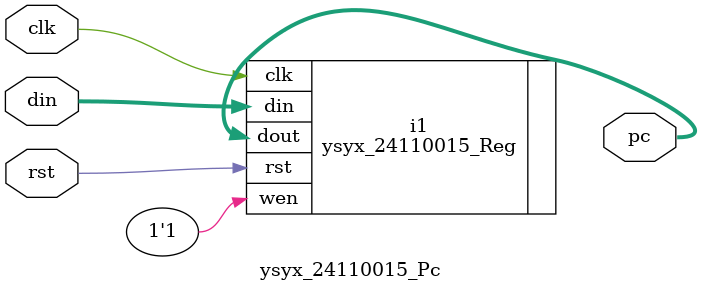
<source format=v>
module ysyx_24110015_Pc (
  input clk,
  input rst,
  input [31:0] din,
  output reg [31:0] pc
);
  ysyx_24110015_Reg #(32, 32'h00000000) i1 (.clk(clk), .rst(rst), .din(din), .dout(pc), .wen(1'b1));
endmodule

</source>
